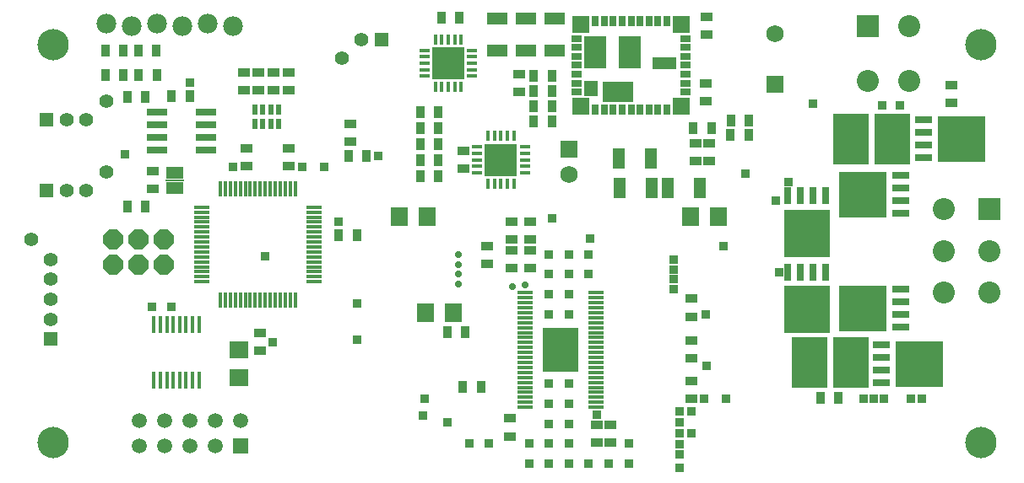
<source format=gts>
G75*
%MOIN*%
%OFA0B0*%
%FSLAX24Y24*%
%IPPOS*%
%LPD*%
%AMOC8*
5,1,8,0,0,1.08239X$1,22.5*
%
%ADD10R,0.0355X0.0512*%
%ADD11C,0.0780*%
%ADD12R,0.0512X0.0355*%
%ADD13R,0.0670X0.0749*%
%ADD14R,0.0749X0.0670*%
%ADD15R,0.0237X0.0434*%
%ADD16R,0.0820X0.0260*%
%ADD17R,0.0670X0.0500*%
%ADD18R,0.0720X0.0060*%
%ADD19C,0.1240*%
%ADD20C,0.0690*%
%ADD21R,0.0690X0.0690*%
%ADD22R,0.1420X0.2040*%
%ADD23R,0.0690X0.0276*%
%ADD24R,0.1851X0.1812*%
%ADD25R,0.0437X0.0437*%
%ADD26R,0.0276X0.0690*%
%ADD27R,0.1812X0.1851*%
%ADD28R,0.0180X0.0700*%
%ADD29C,0.0276*%
%ADD30R,0.0591X0.0158*%
%ADD31R,0.1410X0.1780*%
%ADD32C,0.0555*%
%ADD33R,0.0555X0.0555*%
%ADD34C,0.0552*%
%ADD35R,0.0867X0.0867*%
%ADD36C,0.0867*%
%ADD37R,0.0620X0.0150*%
%ADD38R,0.0150X0.0620*%
%ADD39OC8,0.0780*%
%ADD40R,0.0594X0.0594*%
%ADD41C,0.0594*%
%ADD42R,0.0710X0.0670*%
%ADD43R,0.0280X0.0410*%
%ADD44R,0.0410X0.0280*%
%ADD45R,0.0926X0.0473*%
%ADD46R,0.1241X0.0843*%
%ADD47R,0.0906X0.1260*%
%ADD48R,0.0528X0.0591*%
%ADD49R,0.0827X0.0512*%
%ADD50R,0.0512X0.0827*%
%ADD51R,0.0180X0.0430*%
%ADD52R,0.0430X0.0180*%
%ADD53R,0.1280X0.1280*%
%ADD54R,0.0317X0.0317*%
D10*
X017292Y006103D03*
X018000Y006103D03*
X017894Y003918D03*
X018603Y003918D03*
X013705Y009930D03*
X012996Y009930D03*
X016213Y012276D03*
X016922Y012276D03*
X016922Y012906D03*
X016213Y012906D03*
X016213Y013536D03*
X016213Y014166D03*
X016922Y014166D03*
X016922Y013536D03*
X016922Y014796D03*
X016213Y014796D03*
X014083Y013075D03*
X013374Y013075D03*
X007111Y015441D03*
X006402Y015441D03*
X005347Y015386D03*
X004638Y015386D03*
X004481Y016260D03*
X005099Y016268D03*
X005807Y016268D03*
X005780Y017237D03*
X005071Y017237D03*
X004481Y017237D03*
X003772Y017237D03*
X003772Y016260D03*
X004638Y011056D03*
X005347Y011056D03*
X017040Y018536D03*
X017748Y018536D03*
X020701Y016213D03*
X021410Y016213D03*
X021410Y015622D03*
X020701Y015622D03*
X020701Y015032D03*
X020701Y014441D03*
X021410Y014441D03*
X021410Y015032D03*
X027000Y014166D03*
X027709Y014166D03*
X028465Y013882D03*
X029174Y013882D03*
X029189Y014473D03*
X028481Y014473D03*
X032004Y003496D03*
X032713Y003496D03*
D11*
X008815Y018210D03*
X007815Y018310D03*
X006815Y018210D03*
X005815Y018310D03*
X004815Y018210D03*
X003815Y018310D03*
D12*
X009244Y016370D03*
X009835Y016370D03*
X010426Y016370D03*
X011016Y016370D03*
X011016Y015662D03*
X010426Y015662D03*
X009835Y015662D03*
X009244Y015662D03*
X009339Y013367D03*
X009339Y012658D03*
X011036Y012658D03*
X011036Y013367D03*
X013469Y013622D03*
X013469Y014331D03*
X017906Y013260D03*
X017906Y012552D03*
X019835Y010465D03*
X020544Y010465D03*
X020544Y009756D03*
X020544Y009323D03*
X019835Y009323D03*
X019835Y009756D03*
X018851Y009500D03*
X018851Y008792D03*
X019835Y008615D03*
X020544Y008615D03*
X026922Y007414D03*
X026922Y006705D03*
X026922Y005760D03*
X026922Y005052D03*
X026922Y004158D03*
X026922Y003449D03*
X023733Y002433D03*
X023181Y002433D03*
X023181Y001725D03*
X023733Y001725D03*
X019737Y001977D03*
X019737Y002685D03*
X009894Y005351D03*
X009894Y006059D03*
X005650Y011744D03*
X005650Y012453D03*
X020111Y015583D03*
X020111Y016292D03*
X027079Y013575D03*
X027630Y013575D03*
X027630Y012867D03*
X027079Y012867D03*
X027493Y015229D03*
X027493Y015937D03*
X027512Y017847D03*
X027512Y018556D03*
X037178Y015870D03*
X037178Y015162D03*
D13*
X027993Y010662D03*
X026890Y010662D03*
X017516Y006859D03*
X016414Y006859D03*
X016500Y010662D03*
X015398Y010662D03*
D14*
X009052Y005402D03*
X009052Y004300D03*
D15*
X009678Y014343D03*
X009993Y014343D03*
X010307Y014343D03*
X010622Y014343D03*
X010622Y014894D03*
X010307Y014894D03*
X009993Y014894D03*
X009678Y014894D03*
D16*
X007750Y014786D03*
X007750Y014286D03*
X007750Y013786D03*
X007750Y013286D03*
X005810Y013286D03*
X005810Y013786D03*
X005810Y014286D03*
X005810Y014786D03*
D17*
X006520Y012383D03*
X006520Y011783D03*
D18*
X006520Y012083D03*
D19*
X001725Y001725D03*
X001725Y017473D03*
X038339Y017473D03*
X038339Y001725D03*
D20*
X022099Y012327D03*
X030210Y017879D03*
D21*
X030210Y015879D03*
X022099Y013327D03*
D22*
X033231Y013721D03*
X034861Y013721D03*
X033208Y004902D03*
X031578Y004902D03*
D23*
X034418Y005085D03*
X034418Y004585D03*
X034418Y004085D03*
X034418Y005585D03*
X035170Y006290D03*
X035170Y006790D03*
X035170Y007290D03*
X035170Y007790D03*
X035170Y010778D03*
X035170Y011278D03*
X035170Y011778D03*
X035170Y012278D03*
X036083Y012983D03*
X036083Y013483D03*
X036083Y013983D03*
X036083Y014483D03*
D24*
X037579Y013733D03*
X033674Y011528D03*
X033674Y007040D03*
X035914Y004835D03*
D25*
X035961Y004835D03*
X035461Y004835D03*
X035461Y004335D03*
X035961Y004335D03*
X036461Y004335D03*
X036461Y004835D03*
X036461Y005335D03*
X035961Y005335D03*
X035461Y005335D03*
X034126Y006540D03*
X033626Y006540D03*
X033126Y006540D03*
X033126Y007040D03*
X033126Y007540D03*
X033626Y007540D03*
X034126Y007540D03*
X034126Y007040D03*
X033626Y007040D03*
X031981Y006933D03*
X031481Y006933D03*
X030981Y006933D03*
X030981Y006433D03*
X031481Y006433D03*
X031981Y006433D03*
X031981Y007433D03*
X031481Y007433D03*
X030981Y007433D03*
X030981Y009449D03*
X031481Y009449D03*
X031981Y009449D03*
X031981Y009949D03*
X031481Y009949D03*
X030981Y009949D03*
X030981Y010449D03*
X031481Y010449D03*
X031981Y010449D03*
X033126Y011028D03*
X033126Y011528D03*
X033626Y011528D03*
X034126Y011528D03*
X034126Y011028D03*
X033626Y011028D03*
X033626Y012028D03*
X034126Y012028D03*
X033126Y012028D03*
X037126Y013233D03*
X037126Y013733D03*
X037626Y013733D03*
X038126Y013733D03*
X038126Y013233D03*
X037626Y013233D03*
X037626Y014233D03*
X038126Y014233D03*
X037126Y014233D03*
D26*
X032231Y011493D03*
X031731Y011493D03*
X031231Y011493D03*
X030731Y011493D03*
X030731Y008477D03*
X031231Y008477D03*
X031731Y008477D03*
X032231Y008477D03*
D27*
X031481Y006981D03*
X031481Y009996D03*
D28*
X007487Y006406D03*
X007227Y006406D03*
X006967Y006406D03*
X006717Y006406D03*
X006457Y006406D03*
X006207Y006406D03*
X005947Y006406D03*
X005687Y006406D03*
X005687Y004186D03*
X005947Y004186D03*
X006207Y004186D03*
X006457Y004186D03*
X006717Y004186D03*
X006967Y004186D03*
X007227Y004186D03*
X007487Y004186D03*
D29*
X017709Y008004D03*
X017717Y008378D03*
X017717Y008760D03*
X017721Y009154D03*
X019859Y007886D03*
X020355Y007957D03*
D30*
X020367Y007650D03*
X020367Y007453D03*
X020367Y007256D03*
X020367Y007059D03*
X020367Y006863D03*
X020367Y006666D03*
X020367Y006469D03*
X020367Y006272D03*
X020367Y006075D03*
X020367Y005878D03*
X020367Y005681D03*
X020367Y005485D03*
X020367Y005288D03*
X020367Y005091D03*
X020367Y004894D03*
X020367Y004697D03*
X020367Y004500D03*
X020367Y004304D03*
X020367Y004107D03*
X020367Y003910D03*
X020367Y003713D03*
X020367Y003516D03*
X020367Y003319D03*
X020367Y003122D03*
X023162Y003122D03*
X023162Y003319D03*
X023162Y003516D03*
X023162Y003713D03*
X023162Y003910D03*
X023162Y004107D03*
X023162Y004304D03*
X023162Y004500D03*
X023162Y004697D03*
X023162Y004894D03*
X023162Y005091D03*
X023162Y005288D03*
X023162Y005485D03*
X023162Y005681D03*
X023162Y005878D03*
X023162Y006075D03*
X023162Y006272D03*
X023162Y006469D03*
X023162Y006666D03*
X023162Y006863D03*
X023162Y007059D03*
X023162Y007256D03*
X023162Y007453D03*
X023162Y007650D03*
D31*
X021764Y005386D03*
D32*
X003024Y011685D03*
X002237Y011685D03*
X001607Y008969D03*
X001607Y008181D03*
X001607Y007394D03*
X001607Y006607D03*
X002237Y014481D03*
X003024Y014481D03*
X013890Y017670D03*
D33*
X014678Y017670D03*
X001449Y014481D03*
X001449Y011685D03*
X001607Y005819D03*
D34*
X000859Y009756D03*
X003811Y012433D03*
X003811Y015229D03*
X013103Y016922D03*
D35*
X033870Y018181D03*
X038674Y010957D03*
D36*
X036902Y010957D03*
X036902Y009304D03*
X038674Y009304D03*
X038674Y007650D03*
X036902Y007650D03*
X035524Y016016D03*
X033870Y016016D03*
X035524Y018181D03*
D37*
X012006Y011039D03*
X012006Y010839D03*
X012006Y010639D03*
X012006Y010449D03*
X012006Y010249D03*
X012006Y010049D03*
X012006Y009859D03*
X012006Y009659D03*
X012006Y009459D03*
X012006Y009259D03*
X012006Y009069D03*
X012006Y008869D03*
X012006Y008669D03*
X012006Y008479D03*
X012006Y008279D03*
X012006Y008079D03*
X007586Y008079D03*
X007586Y008279D03*
X007586Y008479D03*
X007586Y008669D03*
X007586Y008869D03*
X007586Y009069D03*
X007586Y009259D03*
X007586Y009459D03*
X007586Y009659D03*
X007586Y009859D03*
X007586Y010049D03*
X007586Y010249D03*
X007586Y010449D03*
X007586Y010639D03*
X007586Y010839D03*
X007586Y011039D03*
D38*
X008316Y011769D03*
X008516Y011769D03*
X008716Y011769D03*
X008906Y011769D03*
X009106Y011769D03*
X009306Y011769D03*
X009496Y011769D03*
X009696Y011769D03*
X009896Y011769D03*
X010096Y011769D03*
X010286Y011769D03*
X010486Y011769D03*
X010686Y011769D03*
X010876Y011769D03*
X011076Y011769D03*
X011276Y011769D03*
X011276Y007349D03*
X011076Y007349D03*
X010876Y007349D03*
X010686Y007349D03*
X010486Y007349D03*
X010286Y007349D03*
X010096Y007349D03*
X009896Y007349D03*
X009696Y007349D03*
X009496Y007349D03*
X009306Y007349D03*
X009106Y007349D03*
X008906Y007349D03*
X008716Y007349D03*
X008516Y007349D03*
X008316Y007349D03*
D39*
X006071Y008744D03*
X005071Y008744D03*
X004071Y008744D03*
X004071Y009744D03*
X005071Y009744D03*
X006071Y009744D03*
D40*
X009119Y001579D03*
D41*
X008119Y001579D03*
X007119Y001579D03*
X006119Y001579D03*
X005119Y001579D03*
X005119Y002579D03*
X006119Y002579D03*
X007119Y002579D03*
X008119Y002579D03*
X009119Y002579D03*
D42*
X022548Y015040D03*
X026528Y015040D03*
X026528Y018260D03*
X022548Y018260D03*
D43*
X023118Y018390D03*
X023478Y018390D03*
X023828Y018390D03*
X024188Y018390D03*
X024538Y018390D03*
X024888Y018390D03*
X025248Y018390D03*
X025598Y018390D03*
X025958Y018390D03*
X025958Y014910D03*
X025598Y014910D03*
X025248Y014910D03*
X024888Y014910D03*
X024538Y014910D03*
X024188Y014910D03*
X023828Y014910D03*
X023478Y014910D03*
X023118Y014910D03*
D44*
X022398Y015590D03*
X022398Y015940D03*
X022398Y016300D03*
X022398Y016650D03*
X022398Y017000D03*
X022398Y017360D03*
X022398Y017710D03*
X026678Y017710D03*
X026678Y017360D03*
X026678Y017000D03*
X026678Y016650D03*
X026678Y016300D03*
X026678Y015940D03*
X026678Y015590D03*
D45*
X025839Y016733D03*
D46*
X024020Y015603D03*
D47*
X024496Y017158D03*
X023126Y017158D03*
D48*
X022941Y015729D03*
D49*
X021528Y017237D03*
X020386Y017237D03*
X019244Y017237D03*
X019244Y018496D03*
X020386Y018496D03*
X021528Y018496D03*
D50*
X024067Y012965D03*
X025327Y012965D03*
X025347Y011804D03*
X025977Y011804D03*
X027237Y011804D03*
X024087Y011804D03*
D51*
X019912Y011966D03*
X019662Y011966D03*
X019402Y011966D03*
X019142Y011966D03*
X018892Y011966D03*
X018892Y013846D03*
X019142Y013846D03*
X019402Y013846D03*
X019662Y013846D03*
X019912Y013846D03*
X017825Y015785D03*
X017575Y015785D03*
X017315Y015785D03*
X017055Y015785D03*
X016805Y015785D03*
X016805Y017665D03*
X017055Y017665D03*
X017315Y017665D03*
X017575Y017665D03*
X017825Y017665D03*
D52*
X018255Y017235D03*
X018255Y016985D03*
X018255Y016725D03*
X018255Y016465D03*
X018255Y016215D03*
X016375Y016215D03*
X016375Y016465D03*
X016375Y016725D03*
X016375Y016985D03*
X016375Y017235D03*
X018462Y013416D03*
X018462Y013166D03*
X018462Y012906D03*
X018462Y012646D03*
X018462Y012396D03*
X020342Y012396D03*
X020342Y012646D03*
X020342Y012906D03*
X020342Y013166D03*
X020342Y013416D03*
D53*
X019402Y012906D03*
X017315Y016725D03*
D54*
X019048Y018496D03*
X019402Y018496D03*
X022906Y017591D03*
X023300Y017591D03*
X023300Y017197D03*
X022906Y017197D03*
X022906Y016804D03*
X023300Y016804D03*
X029048Y012355D03*
X030741Y012040D03*
X030268Y011292D03*
X028181Y009481D03*
X026213Y008969D03*
X026213Y008575D03*
X026213Y008181D03*
X026213Y007788D03*
X027473Y006804D03*
X030378Y008473D03*
X027512Y004756D03*
X027430Y003449D03*
X026922Y002945D03*
X026449Y002945D03*
X026449Y002512D03*
X026449Y002079D03*
X026922Y002079D03*
X026449Y001666D03*
X026449Y001252D03*
X026449Y000741D03*
X024441Y000898D03*
X023654Y000898D03*
X022867Y000898D03*
X022079Y000898D03*
X021292Y000898D03*
X020504Y000898D03*
X020504Y001685D03*
X021292Y001685D03*
X022079Y001685D03*
X022079Y002473D03*
X021292Y002473D03*
X021292Y003260D03*
X022079Y003260D03*
X023181Y002827D03*
X024441Y001685D03*
X028300Y003449D03*
X033733Y003457D03*
X034126Y003457D03*
X034520Y003457D03*
X035583Y003457D03*
X036016Y003457D03*
X022867Y008378D03*
X022079Y008378D03*
X021292Y008378D03*
X021292Y007591D03*
X022079Y007591D03*
X022079Y006804D03*
X021292Y006804D03*
X021449Y006016D03*
X021764Y006016D03*
X022079Y006016D03*
X022079Y005701D03*
X022079Y005386D03*
X021764Y005386D03*
X021449Y005386D03*
X021449Y005701D03*
X021764Y005701D03*
X021764Y005071D03*
X021764Y004756D03*
X021449Y004756D03*
X021449Y005071D03*
X022079Y005071D03*
X022079Y004756D03*
X022079Y004048D03*
X021292Y004048D03*
X017276Y002512D03*
X016331Y002788D03*
X016370Y003457D03*
X018142Y001685D03*
X018930Y001685D03*
X013733Y005780D03*
X013733Y007237D03*
X010386Y005701D03*
X006370Y007079D03*
X005622Y007079D03*
X010071Y009087D03*
X012985Y010465D03*
X012433Y012630D03*
X011567Y012630D03*
X008823Y012630D03*
X004559Y013142D03*
X007119Y015977D03*
X014559Y013063D03*
X021410Y010583D03*
X022906Y009796D03*
X022867Y009166D03*
X022079Y009166D03*
X021292Y009166D03*
X031725Y015111D03*
X034441Y015071D03*
X035150Y015071D03*
M02*

</source>
